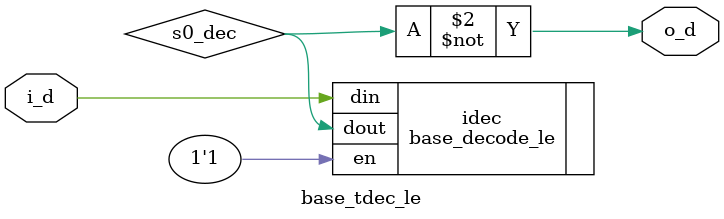
<source format=sv>
/*
 * Copyright 2017 IBM Corporation
 * Licensed to the Apache Software Foundation (ASF) under one
 * or more contributor license agreements.  See the NOTICE file
 * distributed with this work for additional information
 * regarding copyright ownership.  The ASF licenses this file
 * to you under the Apache License, Version 2.0 (the
 * "License"); you may not use this file except in compliance
 * with the License.  You may obtain a copy of the License at
 *
 *     http://www.apache.org/licenses/LICENSE-2.0
 *
 * Unless required by applicable law or agreed to in writing, software
 * distributed under the License is distributed on an "AS IS" BASIS,
 * WITHOUT WARRANTIES OR CONDITIONS OF ANY KIND, either express or implied.
 * See the License for the specific language governing permissions and
 * limitations under the License.
 *
 * Author: Andrew K Martin akmartin@us.ibm.com
 */
 
/* dencode a number into "thermometer decoded" output (little endian version)
   n dec  tdec 
   0 001  000
   1 010  001 
   2 100  011 
   3 000  111
   4 000  111 
 
   Input must be in ths format
 */
module base_tdec_le#(parameter dec_width=1,parameter enc_width = 1)
   (input [enc_width-1:0] i_d,
    output [dec_width-1:0] o_d
    );


   wire [dec_width-1:0]    s0_dec;
   base_decode_le#(.enc_width(enc_width),.dec_width(dec_width)) idec(.din(i_d),.dout(s0_dec),.en(1'b1));
   genvar 			      i;
   generate
      for(i=0; i<dec_width; i=i+1)
	begin : gen1
	   assign o_d[i] = ~ (| s0_dec[i:0]);
	end
   endgenerate
endmodule // base_tenc


</source>
